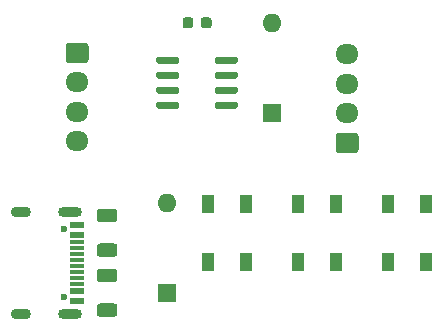
<source format=gbr>
%TF.GenerationSoftware,KiCad,Pcbnew,(5.1.10)-1*%
%TF.CreationDate,2025-08-18T11:18:52+09:00*%
%TF.ProjectId,TA_01,54415f30-312e-46b6-9963-61645f706362,rev?*%
%TF.SameCoordinates,Original*%
%TF.FileFunction,Soldermask,Top*%
%TF.FilePolarity,Negative*%
%FSLAX46Y46*%
G04 Gerber Fmt 4.6, Leading zero omitted, Abs format (unit mm)*
G04 Created by KiCad (PCBNEW (5.1.10)-1) date 2025-08-18 11:18:52*
%MOMM*%
%LPD*%
G01*
G04 APERTURE LIST*
%ADD10R,1.160000X0.600000*%
%ADD11C,0.600000*%
%ADD12R,1.160000X0.300000*%
%ADD13O,1.700000X0.900000*%
%ADD14O,2.000000X0.900000*%
%ADD15O,1.950000X1.700000*%
%ADD16R,1.000000X1.500000*%
%ADD17O,1.600000X1.600000*%
%ADD18R,1.600000X1.600000*%
G04 APERTURE END LIST*
%TO.C,U1*%
G36*
G01*
X110720000Y-97305000D02*
X110720000Y-97005000D01*
G75*
G02*
X110870000Y-96855000I150000J0D01*
G01*
X112520000Y-96855000D01*
G75*
G02*
X112670000Y-97005000I0J-150000D01*
G01*
X112670000Y-97305000D01*
G75*
G02*
X112520000Y-97455000I-150000J0D01*
G01*
X110870000Y-97455000D01*
G75*
G02*
X110720000Y-97305000I0J150000D01*
G01*
G37*
G36*
G01*
X110720000Y-98575000D02*
X110720000Y-98275000D01*
G75*
G02*
X110870000Y-98125000I150000J0D01*
G01*
X112520000Y-98125000D01*
G75*
G02*
X112670000Y-98275000I0J-150000D01*
G01*
X112670000Y-98575000D01*
G75*
G02*
X112520000Y-98725000I-150000J0D01*
G01*
X110870000Y-98725000D01*
G75*
G02*
X110720000Y-98575000I0J150000D01*
G01*
G37*
G36*
G01*
X110720000Y-99845000D02*
X110720000Y-99545000D01*
G75*
G02*
X110870000Y-99395000I150000J0D01*
G01*
X112520000Y-99395000D01*
G75*
G02*
X112670000Y-99545000I0J-150000D01*
G01*
X112670000Y-99845000D01*
G75*
G02*
X112520000Y-99995000I-150000J0D01*
G01*
X110870000Y-99995000D01*
G75*
G02*
X110720000Y-99845000I0J150000D01*
G01*
G37*
G36*
G01*
X110720000Y-101115000D02*
X110720000Y-100815000D01*
G75*
G02*
X110870000Y-100665000I150000J0D01*
G01*
X112520000Y-100665000D01*
G75*
G02*
X112670000Y-100815000I0J-150000D01*
G01*
X112670000Y-101115000D01*
G75*
G02*
X112520000Y-101265000I-150000J0D01*
G01*
X110870000Y-101265000D01*
G75*
G02*
X110720000Y-101115000I0J150000D01*
G01*
G37*
G36*
G01*
X105770000Y-101115000D02*
X105770000Y-100815000D01*
G75*
G02*
X105920000Y-100665000I150000J0D01*
G01*
X107570000Y-100665000D01*
G75*
G02*
X107720000Y-100815000I0J-150000D01*
G01*
X107720000Y-101115000D01*
G75*
G02*
X107570000Y-101265000I-150000J0D01*
G01*
X105920000Y-101265000D01*
G75*
G02*
X105770000Y-101115000I0J150000D01*
G01*
G37*
G36*
G01*
X105770000Y-99845000D02*
X105770000Y-99545000D01*
G75*
G02*
X105920000Y-99395000I150000J0D01*
G01*
X107570000Y-99395000D01*
G75*
G02*
X107720000Y-99545000I0J-150000D01*
G01*
X107720000Y-99845000D01*
G75*
G02*
X107570000Y-99995000I-150000J0D01*
G01*
X105920000Y-99995000D01*
G75*
G02*
X105770000Y-99845000I0J150000D01*
G01*
G37*
G36*
G01*
X105770000Y-98575000D02*
X105770000Y-98275000D01*
G75*
G02*
X105920000Y-98125000I150000J0D01*
G01*
X107570000Y-98125000D01*
G75*
G02*
X107720000Y-98275000I0J-150000D01*
G01*
X107720000Y-98575000D01*
G75*
G02*
X107570000Y-98725000I-150000J0D01*
G01*
X105920000Y-98725000D01*
G75*
G02*
X105770000Y-98575000I0J150000D01*
G01*
G37*
G36*
G01*
X105770000Y-97305000D02*
X105770000Y-97005000D01*
G75*
G02*
X105920000Y-96855000I150000J0D01*
G01*
X107570000Y-96855000D01*
G75*
G02*
X107720000Y-97005000I0J-150000D01*
G01*
X107720000Y-97305000D01*
G75*
G02*
X107570000Y-97455000I-150000J0D01*
G01*
X105920000Y-97455000D01*
G75*
G02*
X105770000Y-97305000I0J150000D01*
G01*
G37*
%TD*%
%TO.C,R2*%
G36*
G01*
X102225001Y-110860000D02*
X100974999Y-110860000D01*
G75*
G02*
X100725000Y-110610001I0J249999D01*
G01*
X100725000Y-109984999D01*
G75*
G02*
X100974999Y-109735000I249999J0D01*
G01*
X102225001Y-109735000D01*
G75*
G02*
X102475000Y-109984999I0J-249999D01*
G01*
X102475000Y-110610001D01*
G75*
G02*
X102225001Y-110860000I-249999J0D01*
G01*
G37*
G36*
G01*
X102225001Y-113785000D02*
X100974999Y-113785000D01*
G75*
G02*
X100725000Y-113535001I0J249999D01*
G01*
X100725000Y-112909999D01*
G75*
G02*
X100974999Y-112660000I249999J0D01*
G01*
X102225001Y-112660000D01*
G75*
G02*
X102475000Y-112909999I0J-249999D01*
G01*
X102475000Y-113535001D01*
G75*
G02*
X102225001Y-113785000I-249999J0D01*
G01*
G37*
%TD*%
%TO.C,R1*%
G36*
G01*
X100974999Y-117740000D02*
X102225001Y-117740000D01*
G75*
G02*
X102475000Y-117989999I0J-249999D01*
G01*
X102475000Y-118615001D01*
G75*
G02*
X102225001Y-118865000I-249999J0D01*
G01*
X100974999Y-118865000D01*
G75*
G02*
X100725000Y-118615001I0J249999D01*
G01*
X100725000Y-117989999D01*
G75*
G02*
X100974999Y-117740000I249999J0D01*
G01*
G37*
G36*
G01*
X100974999Y-114815000D02*
X102225001Y-114815000D01*
G75*
G02*
X102475000Y-115064999I0J-249999D01*
G01*
X102475000Y-115690001D01*
G75*
G02*
X102225001Y-115940000I-249999J0D01*
G01*
X100974999Y-115940000D01*
G75*
G02*
X100725000Y-115690001I0J249999D01*
G01*
X100725000Y-115064999D01*
G75*
G02*
X100974999Y-114815000I249999J0D01*
G01*
G37*
%TD*%
D10*
%TO.C,J3*%
X99030000Y-117500000D03*
X99030000Y-116700000D03*
X99030000Y-117500000D03*
X99030000Y-116700000D03*
X99030000Y-111100000D03*
X99030000Y-111100000D03*
X99030000Y-111900000D03*
X99030000Y-111900000D03*
D11*
X97970000Y-111410000D03*
X97970000Y-117190000D03*
D12*
X99030000Y-116050000D03*
X99030000Y-115050000D03*
X99030000Y-115550000D03*
X99030000Y-113050000D03*
X99030000Y-112550000D03*
X99030000Y-114550000D03*
X99030000Y-114050000D03*
X99030000Y-113550000D03*
D13*
X94280000Y-118620000D03*
X94280000Y-109980000D03*
D14*
X98450000Y-118620000D03*
X98450000Y-109980000D03*
%TD*%
D15*
%TO.C,J2*%
X121920000Y-96640000D03*
X121920000Y-99140000D03*
X121920000Y-101640000D03*
G36*
G01*
X122645000Y-104990000D02*
X121195000Y-104990000D01*
G75*
G02*
X120945000Y-104740000I0J250000D01*
G01*
X120945000Y-103540000D01*
G75*
G02*
X121195000Y-103290000I250000J0D01*
G01*
X122645000Y-103290000D01*
G75*
G02*
X122895000Y-103540000I0J-250000D01*
G01*
X122895000Y-104740000D01*
G75*
G02*
X122645000Y-104990000I-250000J0D01*
G01*
G37*
%TD*%
%TO.C,J1*%
X99060000Y-104020000D03*
X99060000Y-101520000D03*
X99060000Y-99020000D03*
G36*
G01*
X98335000Y-95670000D02*
X99785000Y-95670000D01*
G75*
G02*
X100035000Y-95920000I0J-250000D01*
G01*
X100035000Y-97120000D01*
G75*
G02*
X99785000Y-97370000I-250000J0D01*
G01*
X98335000Y-97370000D01*
G75*
G02*
X98085000Y-97120000I0J250000D01*
G01*
X98085000Y-95920000D01*
G75*
G02*
X98335000Y-95670000I250000J0D01*
G01*
G37*
%TD*%
D16*
%TO.C,D5*%
X125400000Y-114210000D03*
X128600000Y-114210000D03*
X125400000Y-109310000D03*
X128600000Y-109310000D03*
%TD*%
%TO.C,D4*%
X117780000Y-114210000D03*
X120980000Y-114210000D03*
X117780000Y-109310000D03*
X120980000Y-109310000D03*
%TD*%
D17*
%TO.C,D3*%
X106680000Y-109220000D03*
D18*
X106680000Y-116840000D03*
%TD*%
D16*
%TO.C,D2*%
X110160000Y-114210000D03*
X113360000Y-114210000D03*
X110160000Y-109310000D03*
X113360000Y-109310000D03*
%TD*%
D17*
%TO.C,D1*%
X115570000Y-93980000D03*
D18*
X115570000Y-101600000D03*
%TD*%
%TO.C,C1*%
G36*
G01*
X109545000Y-94230000D02*
X109545000Y-93730000D01*
G75*
G02*
X109770000Y-93505000I225000J0D01*
G01*
X110220000Y-93505000D01*
G75*
G02*
X110445000Y-93730000I0J-225000D01*
G01*
X110445000Y-94230000D01*
G75*
G02*
X110220000Y-94455000I-225000J0D01*
G01*
X109770000Y-94455000D01*
G75*
G02*
X109545000Y-94230000I0J225000D01*
G01*
G37*
G36*
G01*
X107995000Y-94230000D02*
X107995000Y-93730000D01*
G75*
G02*
X108220000Y-93505000I225000J0D01*
G01*
X108670000Y-93505000D01*
G75*
G02*
X108895000Y-93730000I0J-225000D01*
G01*
X108895000Y-94230000D01*
G75*
G02*
X108670000Y-94455000I-225000J0D01*
G01*
X108220000Y-94455000D01*
G75*
G02*
X107995000Y-94230000I0J225000D01*
G01*
G37*
%TD*%
M02*

</source>
